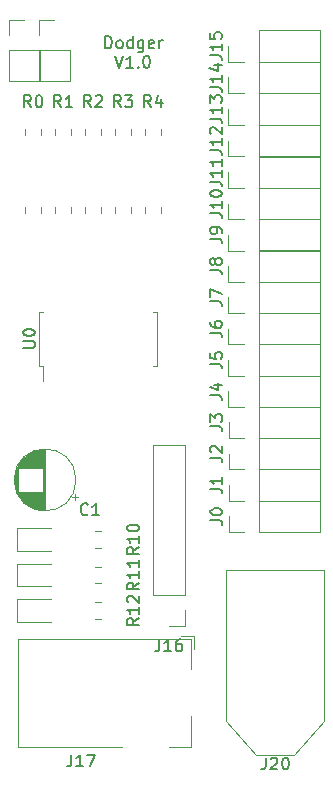
<source format=gto>
%TF.GenerationSoftware,KiCad,Pcbnew,(5.1.6)-1*%
%TF.CreationDate,2020-06-14T06:25:32-07:00*%
%TF.ProjectId,pcb,7063622e-6b69-4636-9164-5f7063625858,rev?*%
%TF.SameCoordinates,Original*%
%TF.FileFunction,Legend,Top*%
%TF.FilePolarity,Positive*%
%FSLAX46Y46*%
G04 Gerber Fmt 4.6, Leading zero omitted, Abs format (unit mm)*
G04 Created by KiCad (PCBNEW (5.1.6)-1) date 2020-06-14 06:25:32*
%MOMM*%
%LPD*%
G01*
G04 APERTURE LIST*
%ADD10C,0.150000*%
%ADD11C,0.120000*%
G04 APERTURE END LIST*
D10*
X115608077Y-71400160D02*
X115608077Y-70400160D01*
X115846172Y-70400160D01*
X115989029Y-70447780D01*
X116084267Y-70543018D01*
X116131886Y-70638256D01*
X116179505Y-70828732D01*
X116179505Y-70971589D01*
X116131886Y-71162065D01*
X116084267Y-71257303D01*
X115989029Y-71352541D01*
X115846172Y-71400160D01*
X115608077Y-71400160D01*
X116750934Y-71400160D02*
X116655696Y-71352541D01*
X116608077Y-71304922D01*
X116560458Y-71209684D01*
X116560458Y-70923970D01*
X116608077Y-70828732D01*
X116655696Y-70781113D01*
X116750934Y-70733494D01*
X116893791Y-70733494D01*
X116989029Y-70781113D01*
X117036648Y-70828732D01*
X117084267Y-70923970D01*
X117084267Y-71209684D01*
X117036648Y-71304922D01*
X116989029Y-71352541D01*
X116893791Y-71400160D01*
X116750934Y-71400160D01*
X117941410Y-71400160D02*
X117941410Y-70400160D01*
X117941410Y-71352541D02*
X117846172Y-71400160D01*
X117655696Y-71400160D01*
X117560458Y-71352541D01*
X117512839Y-71304922D01*
X117465220Y-71209684D01*
X117465220Y-70923970D01*
X117512839Y-70828732D01*
X117560458Y-70781113D01*
X117655696Y-70733494D01*
X117846172Y-70733494D01*
X117941410Y-70781113D01*
X118846172Y-70733494D02*
X118846172Y-71543018D01*
X118798553Y-71638256D01*
X118750934Y-71685875D01*
X118655696Y-71733494D01*
X118512839Y-71733494D01*
X118417600Y-71685875D01*
X118846172Y-71352541D02*
X118750934Y-71400160D01*
X118560458Y-71400160D01*
X118465220Y-71352541D01*
X118417600Y-71304922D01*
X118369981Y-71209684D01*
X118369981Y-70923970D01*
X118417600Y-70828732D01*
X118465220Y-70781113D01*
X118560458Y-70733494D01*
X118750934Y-70733494D01*
X118846172Y-70781113D01*
X119703315Y-71352541D02*
X119608077Y-71400160D01*
X119417600Y-71400160D01*
X119322362Y-71352541D01*
X119274743Y-71257303D01*
X119274743Y-70876351D01*
X119322362Y-70781113D01*
X119417600Y-70733494D01*
X119608077Y-70733494D01*
X119703315Y-70781113D01*
X119750934Y-70876351D01*
X119750934Y-70971589D01*
X119274743Y-71066827D01*
X120179505Y-71400160D02*
X120179505Y-70733494D01*
X120179505Y-70923970D02*
X120227124Y-70828732D01*
X120274743Y-70781113D01*
X120369981Y-70733494D01*
X120465220Y-70733494D01*
X116441410Y-72050160D02*
X116774743Y-73050160D01*
X117108077Y-72050160D01*
X117965220Y-73050160D02*
X117393791Y-73050160D01*
X117679505Y-73050160D02*
X117679505Y-72050160D01*
X117584267Y-72193018D01*
X117489029Y-72288256D01*
X117393791Y-72335875D01*
X118393791Y-72954922D02*
X118441410Y-73002541D01*
X118393791Y-73050160D01*
X118346172Y-73002541D01*
X118393791Y-72954922D01*
X118393791Y-73050160D01*
X119060458Y-72050160D02*
X119155696Y-72050160D01*
X119250934Y-72097780D01*
X119298553Y-72145399D01*
X119346172Y-72240637D01*
X119393791Y-72431113D01*
X119393791Y-72669208D01*
X119346172Y-72859684D01*
X119298553Y-72954922D01*
X119250934Y-73002541D01*
X119155696Y-73050160D01*
X119060458Y-73050160D01*
X118965220Y-73002541D01*
X118917600Y-72954922D01*
X118869981Y-72859684D01*
X118822362Y-72669208D01*
X118822362Y-72431113D01*
X118869981Y-72240637D01*
X118917600Y-72145399D01*
X118965220Y-72097780D01*
X119060458Y-72050160D01*
D11*
%TO.C,U0*%
X110315000Y-98310000D02*
X110315000Y-99600000D01*
X110040000Y-98310000D02*
X110315000Y-98310000D01*
X110040000Y-96000000D02*
X110040000Y-98310000D01*
X110040000Y-93690000D02*
X110315000Y-93690000D01*
X110040000Y-96000000D02*
X110040000Y-93690000D01*
X119960000Y-98310000D02*
X119685000Y-98310000D01*
X119960000Y-96000000D02*
X119960000Y-98310000D01*
X119960000Y-93690000D02*
X119685000Y-93690000D01*
X119960000Y-96000000D02*
X119960000Y-93690000D01*
%TO.C,R8*%
X116400000Y-84828748D02*
X116400000Y-85351252D01*
X117820000Y-84828748D02*
X117820000Y-85351252D01*
%TO.C,R5*%
X108780000Y-84828748D02*
X108780000Y-85351252D01*
X110200000Y-84828748D02*
X110200000Y-85351252D01*
%TO.C,J3*%
X126051000Y-104405740D02*
X126051000Y-103075740D01*
X127381000Y-104405740D02*
X126051000Y-104405740D01*
X128651000Y-104405740D02*
X128651000Y-101745740D01*
X128651000Y-101745740D02*
X133791000Y-101745740D01*
X128651000Y-104405740D02*
X133791000Y-104405740D01*
X133791000Y-104405740D02*
X133791000Y-101745740D01*
%TO.C,J0*%
X126063700Y-112358480D02*
X126063700Y-111028480D01*
X127393700Y-112358480D02*
X126063700Y-112358480D01*
X128663700Y-112358480D02*
X128663700Y-109698480D01*
X128663700Y-109698480D02*
X133803700Y-109698480D01*
X128663700Y-112358480D02*
X133803700Y-112358480D01*
X133803700Y-112358480D02*
X133803700Y-109698480D01*
%TO.C,R12*%
X115261252Y-118290000D02*
X114738748Y-118290000D01*
X115261252Y-119710000D02*
X114738748Y-119710000D01*
%TO.C,R11*%
X115261252Y-115290000D02*
X114738748Y-115290000D01*
X115261252Y-116710000D02*
X114738748Y-116710000D01*
%TO.C,R10*%
X115261252Y-112290000D02*
X114738748Y-112290000D01*
X115261252Y-113710000D02*
X114738748Y-113710000D01*
%TO.C,D3*%
X108140000Y-119960000D02*
X111000000Y-119960000D01*
X108140000Y-118040000D02*
X108140000Y-119960000D01*
X111000000Y-118040000D02*
X108140000Y-118040000D01*
%TO.C,D2*%
X108140000Y-116960000D02*
X111000000Y-116960000D01*
X108140000Y-115040000D02*
X108140000Y-116960000D01*
X111000000Y-115040000D02*
X108140000Y-115040000D01*
%TO.C,D1*%
X108140000Y-113960000D02*
X111000000Y-113960000D01*
X108140000Y-112040000D02*
X108140000Y-113960000D01*
X111000000Y-112040000D02*
X108140000Y-112040000D01*
%TO.C,R9*%
X118940000Y-84828748D02*
X118940000Y-85351252D01*
X120360000Y-84828748D02*
X120360000Y-85351252D01*
%TO.C,R7*%
X113860000Y-84828748D02*
X113860000Y-85351252D01*
X115280000Y-84828748D02*
X115280000Y-85351252D01*
%TO.C,R6*%
X111320000Y-84828748D02*
X111320000Y-85351252D01*
X112740000Y-84828748D02*
X112740000Y-85351252D01*
%TO.C,R4*%
X118940000Y-78208748D02*
X118940000Y-78731252D01*
X120360000Y-78208748D02*
X120360000Y-78731252D01*
%TO.C,R3*%
X116400000Y-78208748D02*
X116400000Y-78731252D01*
X117820000Y-78208748D02*
X117820000Y-78731252D01*
%TO.C,R2*%
X113860000Y-78208748D02*
X113860000Y-78731252D01*
X115280000Y-78208748D02*
X115280000Y-78731252D01*
%TO.C,R1*%
X111320000Y-78208748D02*
X111320000Y-78731252D01*
X112740000Y-78208748D02*
X112740000Y-78731252D01*
%TO.C,R0*%
X108780000Y-78208748D02*
X108780000Y-78731252D01*
X110200000Y-78208748D02*
X110200000Y-78731252D01*
%TO.C,J15*%
X133755440Y-72528740D02*
X133755440Y-69868740D01*
X128615440Y-72528740D02*
X133755440Y-72528740D01*
X128615440Y-69868740D02*
X133755440Y-69868740D01*
X128615440Y-72528740D02*
X128615440Y-69868740D01*
X127345440Y-72528740D02*
X126015440Y-72528740D01*
X126015440Y-72528740D02*
X126015440Y-71198740D01*
%TO.C,J14*%
X133755440Y-75203360D02*
X133755440Y-72543360D01*
X128615440Y-75203360D02*
X133755440Y-75203360D01*
X128615440Y-72543360D02*
X133755440Y-72543360D01*
X128615440Y-75203360D02*
X128615440Y-72543360D01*
X127345440Y-75203360D02*
X126015440Y-75203360D01*
X126015440Y-75203360D02*
X126015440Y-73873360D01*
%TO.C,J13*%
X133755440Y-77870360D02*
X133755440Y-75210360D01*
X128615440Y-77870360D02*
X133755440Y-77870360D01*
X128615440Y-75210360D02*
X133755440Y-75210360D01*
X128615440Y-77870360D02*
X128615440Y-75210360D01*
X127345440Y-77870360D02*
X126015440Y-77870360D01*
X126015440Y-77870360D02*
X126015440Y-76540360D01*
%TO.C,J12*%
X133755440Y-80550060D02*
X133755440Y-77890060D01*
X128615440Y-80550060D02*
X133755440Y-80550060D01*
X128615440Y-77890060D02*
X133755440Y-77890060D01*
X128615440Y-80550060D02*
X128615440Y-77890060D01*
X127345440Y-80550060D02*
X126015440Y-80550060D01*
X126015440Y-80550060D02*
X126015440Y-79220060D01*
%TO.C,J17*%
X122900000Y-121400000D02*
X122900000Y-124000000D01*
X108200000Y-121400000D02*
X122900000Y-121400000D01*
X122900000Y-130600000D02*
X121000000Y-130600000D01*
X122900000Y-127900000D02*
X122900000Y-130600000D01*
X108200000Y-130600000D02*
X108200000Y-121400000D01*
X117000000Y-130600000D02*
X108200000Y-130600000D01*
X122050000Y-121200000D02*
X123100000Y-121200000D01*
X123100000Y-122250000D02*
X123100000Y-121200000D01*
%TO.C,C1*%
X113064775Y-109675000D02*
X113064775Y-109175000D01*
X113314775Y-109425000D02*
X112814775Y-109425000D01*
X107909000Y-108234000D02*
X107909000Y-107666000D01*
X107949000Y-108468000D02*
X107949000Y-107432000D01*
X107989000Y-108627000D02*
X107989000Y-107273000D01*
X108029000Y-108755000D02*
X108029000Y-107145000D01*
X108069000Y-108865000D02*
X108069000Y-107035000D01*
X108109000Y-108961000D02*
X108109000Y-106939000D01*
X108149000Y-109048000D02*
X108149000Y-106852000D01*
X108189000Y-109128000D02*
X108189000Y-106772000D01*
X108229000Y-106910000D02*
X108229000Y-106699000D01*
X108229000Y-109201000D02*
X108229000Y-108990000D01*
X108269000Y-106910000D02*
X108269000Y-106631000D01*
X108269000Y-109269000D02*
X108269000Y-108990000D01*
X108309000Y-106910000D02*
X108309000Y-106567000D01*
X108309000Y-109333000D02*
X108309000Y-108990000D01*
X108349000Y-106910000D02*
X108349000Y-106507000D01*
X108349000Y-109393000D02*
X108349000Y-108990000D01*
X108389000Y-106910000D02*
X108389000Y-106450000D01*
X108389000Y-109450000D02*
X108389000Y-108990000D01*
X108429000Y-106910000D02*
X108429000Y-106396000D01*
X108429000Y-109504000D02*
X108429000Y-108990000D01*
X108469000Y-106910000D02*
X108469000Y-106345000D01*
X108469000Y-109555000D02*
X108469000Y-108990000D01*
X108509000Y-106910000D02*
X108509000Y-106297000D01*
X108509000Y-109603000D02*
X108509000Y-108990000D01*
X108549000Y-106910000D02*
X108549000Y-106251000D01*
X108549000Y-109649000D02*
X108549000Y-108990000D01*
X108589000Y-106910000D02*
X108589000Y-106207000D01*
X108589000Y-109693000D02*
X108589000Y-108990000D01*
X108629000Y-106910000D02*
X108629000Y-106165000D01*
X108629000Y-109735000D02*
X108629000Y-108990000D01*
X108669000Y-106910000D02*
X108669000Y-106124000D01*
X108669000Y-109776000D02*
X108669000Y-108990000D01*
X108709000Y-106910000D02*
X108709000Y-106086000D01*
X108709000Y-109814000D02*
X108709000Y-108990000D01*
X108749000Y-106910000D02*
X108749000Y-106049000D01*
X108749000Y-109851000D02*
X108749000Y-108990000D01*
X108789000Y-106910000D02*
X108789000Y-106013000D01*
X108789000Y-109887000D02*
X108789000Y-108990000D01*
X108829000Y-106910000D02*
X108829000Y-105979000D01*
X108829000Y-109921000D02*
X108829000Y-108990000D01*
X108869000Y-106910000D02*
X108869000Y-105946000D01*
X108869000Y-109954000D02*
X108869000Y-108990000D01*
X108909000Y-106910000D02*
X108909000Y-105915000D01*
X108909000Y-109985000D02*
X108909000Y-108990000D01*
X108949000Y-106910000D02*
X108949000Y-105885000D01*
X108949000Y-110015000D02*
X108949000Y-108990000D01*
X108989000Y-106910000D02*
X108989000Y-105855000D01*
X108989000Y-110045000D02*
X108989000Y-108990000D01*
X109029000Y-106910000D02*
X109029000Y-105828000D01*
X109029000Y-110072000D02*
X109029000Y-108990000D01*
X109069000Y-106910000D02*
X109069000Y-105801000D01*
X109069000Y-110099000D02*
X109069000Y-108990000D01*
X109109000Y-106910000D02*
X109109000Y-105775000D01*
X109109000Y-110125000D02*
X109109000Y-108990000D01*
X109149000Y-106910000D02*
X109149000Y-105750000D01*
X109149000Y-110150000D02*
X109149000Y-108990000D01*
X109189000Y-106910000D02*
X109189000Y-105726000D01*
X109189000Y-110174000D02*
X109189000Y-108990000D01*
X109229000Y-106910000D02*
X109229000Y-105703000D01*
X109229000Y-110197000D02*
X109229000Y-108990000D01*
X109269000Y-106910000D02*
X109269000Y-105682000D01*
X109269000Y-110218000D02*
X109269000Y-108990000D01*
X109309000Y-106910000D02*
X109309000Y-105660000D01*
X109309000Y-110240000D02*
X109309000Y-108990000D01*
X109349000Y-106910000D02*
X109349000Y-105640000D01*
X109349000Y-110260000D02*
X109349000Y-108990000D01*
X109389000Y-106910000D02*
X109389000Y-105621000D01*
X109389000Y-110279000D02*
X109389000Y-108990000D01*
X109429000Y-106910000D02*
X109429000Y-105602000D01*
X109429000Y-110298000D02*
X109429000Y-108990000D01*
X109469000Y-106910000D02*
X109469000Y-105585000D01*
X109469000Y-110315000D02*
X109469000Y-108990000D01*
X109509000Y-106910000D02*
X109509000Y-105568000D01*
X109509000Y-110332000D02*
X109509000Y-108990000D01*
X109549000Y-106910000D02*
X109549000Y-105552000D01*
X109549000Y-110348000D02*
X109549000Y-108990000D01*
X109589000Y-106910000D02*
X109589000Y-105536000D01*
X109589000Y-110364000D02*
X109589000Y-108990000D01*
X109629000Y-106910000D02*
X109629000Y-105522000D01*
X109629000Y-110378000D02*
X109629000Y-108990000D01*
X109669000Y-106910000D02*
X109669000Y-105508000D01*
X109669000Y-110392000D02*
X109669000Y-108990000D01*
X109709000Y-106910000D02*
X109709000Y-105495000D01*
X109709000Y-110405000D02*
X109709000Y-108990000D01*
X109749000Y-106910000D02*
X109749000Y-105482000D01*
X109749000Y-110418000D02*
X109749000Y-108990000D01*
X109789000Y-106910000D02*
X109789000Y-105470000D01*
X109789000Y-110430000D02*
X109789000Y-108990000D01*
X109830000Y-106910000D02*
X109830000Y-105459000D01*
X109830000Y-110441000D02*
X109830000Y-108990000D01*
X109870000Y-106910000D02*
X109870000Y-105449000D01*
X109870000Y-110451000D02*
X109870000Y-108990000D01*
X109910000Y-106910000D02*
X109910000Y-105439000D01*
X109910000Y-110461000D02*
X109910000Y-108990000D01*
X109950000Y-106910000D02*
X109950000Y-105430000D01*
X109950000Y-110470000D02*
X109950000Y-108990000D01*
X109990000Y-106910000D02*
X109990000Y-105422000D01*
X109990000Y-110478000D02*
X109990000Y-108990000D01*
X110030000Y-106910000D02*
X110030000Y-105414000D01*
X110030000Y-110486000D02*
X110030000Y-108990000D01*
X110070000Y-106910000D02*
X110070000Y-105407000D01*
X110070000Y-110493000D02*
X110070000Y-108990000D01*
X110110000Y-106910000D02*
X110110000Y-105400000D01*
X110110000Y-110500000D02*
X110110000Y-108990000D01*
X110150000Y-106910000D02*
X110150000Y-105394000D01*
X110150000Y-110506000D02*
X110150000Y-108990000D01*
X110190000Y-106910000D02*
X110190000Y-105389000D01*
X110190000Y-110511000D02*
X110190000Y-108990000D01*
X110230000Y-106910000D02*
X110230000Y-105385000D01*
X110230000Y-110515000D02*
X110230000Y-108990000D01*
X110270000Y-106910000D02*
X110270000Y-105381000D01*
X110270000Y-110519000D02*
X110270000Y-108990000D01*
X110310000Y-110523000D02*
X110310000Y-105377000D01*
X110350000Y-110526000D02*
X110350000Y-105374000D01*
X110390000Y-110528000D02*
X110390000Y-105372000D01*
X110430000Y-110529000D02*
X110430000Y-105371000D01*
X110470000Y-110530000D02*
X110470000Y-105370000D01*
X110510000Y-110530000D02*
X110510000Y-105370000D01*
X113130000Y-107950000D02*
G75*
G03*
X113130000Y-107950000I-2620000J0D01*
G01*
%TO.C,J1*%
X133803700Y-109711800D02*
X133803700Y-107051800D01*
X128663700Y-109711800D02*
X133803700Y-109711800D01*
X128663700Y-107051800D02*
X133803700Y-107051800D01*
X128663700Y-109711800D02*
X128663700Y-107051800D01*
X127393700Y-109711800D02*
X126063700Y-109711800D01*
X126063700Y-109711800D02*
X126063700Y-108381800D01*
%TO.C,J2*%
X133791000Y-107052420D02*
X133791000Y-104392420D01*
X128651000Y-107052420D02*
X133791000Y-107052420D01*
X128651000Y-104392420D02*
X133791000Y-104392420D01*
X128651000Y-107052420D02*
X128651000Y-104392420D01*
X127381000Y-107052420D02*
X126051000Y-107052420D01*
X126051000Y-107052420D02*
X126051000Y-105722420D01*
%TO.C,J4*%
X126040840Y-101781920D02*
X126040840Y-100451920D01*
X127370840Y-101781920D02*
X126040840Y-101781920D01*
X128640840Y-101781920D02*
X128640840Y-99121920D01*
X128640840Y-99121920D02*
X133780840Y-99121920D01*
X128640840Y-101781920D02*
X133780840Y-101781920D01*
X133780840Y-101781920D02*
X133780840Y-99121920D01*
%TO.C,J5*%
X133780840Y-99122540D02*
X133780840Y-96462540D01*
X128640840Y-99122540D02*
X133780840Y-99122540D01*
X128640840Y-96462540D02*
X133780840Y-96462540D01*
X128640840Y-99122540D02*
X128640840Y-96462540D01*
X127370840Y-99122540D02*
X126040840Y-99122540D01*
X126040840Y-99122540D02*
X126040840Y-97792540D01*
%TO.C,J6*%
X133780840Y-96478400D02*
X133780840Y-93818400D01*
X128640840Y-96478400D02*
X133780840Y-96478400D01*
X128640840Y-93818400D02*
X133780840Y-93818400D01*
X128640840Y-96478400D02*
X128640840Y-93818400D01*
X127370840Y-96478400D02*
X126040840Y-96478400D01*
X126040840Y-96478400D02*
X126040840Y-95148400D01*
%TO.C,J7*%
X133770680Y-93819020D02*
X133770680Y-91159020D01*
X128630680Y-93819020D02*
X133770680Y-93819020D01*
X128630680Y-91159020D02*
X133770680Y-91159020D01*
X128630680Y-93819020D02*
X128630680Y-91159020D01*
X127360680Y-93819020D02*
X126030680Y-93819020D01*
X126030680Y-93819020D02*
X126030680Y-92489020D01*
%TO.C,J8*%
X126030680Y-91172340D02*
X126030680Y-89842340D01*
X127360680Y-91172340D02*
X126030680Y-91172340D01*
X128630680Y-91172340D02*
X128630680Y-88512340D01*
X128630680Y-88512340D02*
X133770680Y-88512340D01*
X128630680Y-91172340D02*
X133770680Y-91172340D01*
X133770680Y-91172340D02*
X133770680Y-88512340D01*
%TO.C,J9*%
X126030680Y-88525660D02*
X126030680Y-87195660D01*
X127360680Y-88525660D02*
X126030680Y-88525660D01*
X128630680Y-88525660D02*
X128630680Y-85865660D01*
X128630680Y-85865660D02*
X133770680Y-85865660D01*
X128630680Y-88525660D02*
X133770680Y-88525660D01*
X133770680Y-88525660D02*
X133770680Y-85865660D01*
%TO.C,J10*%
X126040840Y-85878980D02*
X126040840Y-84548980D01*
X127370840Y-85878980D02*
X126040840Y-85878980D01*
X128640840Y-85878980D02*
X128640840Y-83218980D01*
X128640840Y-83218980D02*
X133780840Y-83218980D01*
X128640840Y-85878980D02*
X133780840Y-85878980D01*
X133780840Y-85878980D02*
X133780840Y-83218980D01*
%TO.C,J11*%
X133757980Y-83234840D02*
X133757980Y-80574840D01*
X128617980Y-83234840D02*
X133757980Y-83234840D01*
X128617980Y-80574840D02*
X133757980Y-80574840D01*
X128617980Y-83234840D02*
X128617980Y-80574840D01*
X127347980Y-83234840D02*
X126017980Y-83234840D01*
X126017980Y-83234840D02*
X126017980Y-81904840D01*
%TO.C,J20*%
X125850000Y-115550000D02*
X125850000Y-128400000D01*
X128400000Y-131250000D02*
X131550000Y-131250000D01*
X134150000Y-128400000D02*
X134150000Y-115550000D01*
X134150000Y-115550000D02*
X125850000Y-115550000D01*
X125850000Y-128400000D02*
X128400000Y-131250000D01*
X131550000Y-131250000D02*
X134150000Y-128400000D01*
%TO.C,J16*%
X122330000Y-120330000D02*
X121000000Y-120330000D01*
X122330000Y-119000000D02*
X122330000Y-120330000D01*
X122330000Y-117730000D02*
X119670000Y-117730000D01*
X119670000Y-117730000D02*
X119670000Y-104970000D01*
X122330000Y-117730000D02*
X122330000Y-104970000D01*
X122330000Y-104970000D02*
X119670000Y-104970000D01*
%TO.C,J_POE0*%
X109970000Y-68980000D02*
X111300000Y-68980000D01*
X109970000Y-70310000D02*
X109970000Y-68980000D01*
X109970000Y-71580000D02*
X112630000Y-71580000D01*
X112630000Y-71580000D02*
X112630000Y-74180000D01*
X109970000Y-71580000D02*
X109970000Y-74180000D01*
X109970000Y-74180000D02*
X112630000Y-74180000D01*
%TO.C,J_POE2*%
X107430000Y-74180000D02*
X110090000Y-74180000D01*
X107430000Y-71580000D02*
X107430000Y-74180000D01*
X110090000Y-71580000D02*
X110090000Y-74180000D01*
X107430000Y-71580000D02*
X110090000Y-71580000D01*
X107430000Y-70310000D02*
X107430000Y-68980000D01*
X107430000Y-68980000D02*
X108760000Y-68980000D01*
%TO.C,U0*%
D10*
X108652380Y-96761904D02*
X109461904Y-96761904D01*
X109557142Y-96714285D01*
X109604761Y-96666666D01*
X109652380Y-96571428D01*
X109652380Y-96380952D01*
X109604761Y-96285714D01*
X109557142Y-96238095D01*
X109461904Y-96190476D01*
X108652380Y-96190476D01*
X108652380Y-95523809D02*
X108652380Y-95428571D01*
X108700000Y-95333333D01*
X108747619Y-95285714D01*
X108842857Y-95238095D01*
X109033333Y-95190476D01*
X109271428Y-95190476D01*
X109461904Y-95238095D01*
X109557142Y-95285714D01*
X109604761Y-95333333D01*
X109652380Y-95428571D01*
X109652380Y-95523809D01*
X109604761Y-95619047D01*
X109557142Y-95666666D01*
X109461904Y-95714285D01*
X109271428Y-95761904D01*
X109033333Y-95761904D01*
X108842857Y-95714285D01*
X108747619Y-95666666D01*
X108700000Y-95619047D01*
X108652380Y-95523809D01*
%TO.C,J3*%
X124503380Y-103409073D02*
X125217666Y-103409073D01*
X125360523Y-103456692D01*
X125455761Y-103551930D01*
X125503380Y-103694787D01*
X125503380Y-103790025D01*
X124503380Y-103028120D02*
X124503380Y-102409073D01*
X124884333Y-102742406D01*
X124884333Y-102599549D01*
X124931952Y-102504311D01*
X124979571Y-102456692D01*
X125074809Y-102409073D01*
X125312904Y-102409073D01*
X125408142Y-102456692D01*
X125455761Y-102504311D01*
X125503380Y-102599549D01*
X125503380Y-102885263D01*
X125455761Y-102980501D01*
X125408142Y-103028120D01*
%TO.C,J0*%
X124516080Y-111361813D02*
X125230366Y-111361813D01*
X125373223Y-111409432D01*
X125468461Y-111504670D01*
X125516080Y-111647527D01*
X125516080Y-111742765D01*
X124516080Y-110695146D02*
X124516080Y-110599908D01*
X124563700Y-110504670D01*
X124611319Y-110457051D01*
X124706557Y-110409432D01*
X124897033Y-110361813D01*
X125135128Y-110361813D01*
X125325604Y-110409432D01*
X125420842Y-110457051D01*
X125468461Y-110504670D01*
X125516080Y-110599908D01*
X125516080Y-110695146D01*
X125468461Y-110790384D01*
X125420842Y-110838003D01*
X125325604Y-110885622D01*
X125135128Y-110933241D01*
X124897033Y-110933241D01*
X124706557Y-110885622D01*
X124611319Y-110838003D01*
X124563700Y-110790384D01*
X124516080Y-110695146D01*
%TO.C,R12*%
X118452380Y-119642857D02*
X117976190Y-119976190D01*
X118452380Y-120214285D02*
X117452380Y-120214285D01*
X117452380Y-119833333D01*
X117500000Y-119738095D01*
X117547619Y-119690476D01*
X117642857Y-119642857D01*
X117785714Y-119642857D01*
X117880952Y-119690476D01*
X117928571Y-119738095D01*
X117976190Y-119833333D01*
X117976190Y-120214285D01*
X118452380Y-118690476D02*
X118452380Y-119261904D01*
X118452380Y-118976190D02*
X117452380Y-118976190D01*
X117595238Y-119071428D01*
X117690476Y-119166666D01*
X117738095Y-119261904D01*
X117547619Y-118309523D02*
X117500000Y-118261904D01*
X117452380Y-118166666D01*
X117452380Y-117928571D01*
X117500000Y-117833333D01*
X117547619Y-117785714D01*
X117642857Y-117738095D01*
X117738095Y-117738095D01*
X117880952Y-117785714D01*
X118452380Y-118357142D01*
X118452380Y-117738095D01*
%TO.C,R11*%
X118452380Y-116642857D02*
X117976190Y-116976190D01*
X118452380Y-117214285D02*
X117452380Y-117214285D01*
X117452380Y-116833333D01*
X117500000Y-116738095D01*
X117547619Y-116690476D01*
X117642857Y-116642857D01*
X117785714Y-116642857D01*
X117880952Y-116690476D01*
X117928571Y-116738095D01*
X117976190Y-116833333D01*
X117976190Y-117214285D01*
X118452380Y-115690476D02*
X118452380Y-116261904D01*
X118452380Y-115976190D02*
X117452380Y-115976190D01*
X117595238Y-116071428D01*
X117690476Y-116166666D01*
X117738095Y-116261904D01*
X118452380Y-114738095D02*
X118452380Y-115309523D01*
X118452380Y-115023809D02*
X117452380Y-115023809D01*
X117595238Y-115119047D01*
X117690476Y-115214285D01*
X117738095Y-115309523D01*
%TO.C,R10*%
X118452380Y-113642857D02*
X117976190Y-113976190D01*
X118452380Y-114214285D02*
X117452380Y-114214285D01*
X117452380Y-113833333D01*
X117500000Y-113738095D01*
X117547619Y-113690476D01*
X117642857Y-113642857D01*
X117785714Y-113642857D01*
X117880952Y-113690476D01*
X117928571Y-113738095D01*
X117976190Y-113833333D01*
X117976190Y-114214285D01*
X118452380Y-112690476D02*
X118452380Y-113261904D01*
X118452380Y-112976190D02*
X117452380Y-112976190D01*
X117595238Y-113071428D01*
X117690476Y-113166666D01*
X117738095Y-113261904D01*
X117452380Y-112071428D02*
X117452380Y-111976190D01*
X117500000Y-111880952D01*
X117547619Y-111833333D01*
X117642857Y-111785714D01*
X117833333Y-111738095D01*
X118071428Y-111738095D01*
X118261904Y-111785714D01*
X118357142Y-111833333D01*
X118404761Y-111880952D01*
X118452380Y-111976190D01*
X118452380Y-112071428D01*
X118404761Y-112166666D01*
X118357142Y-112214285D01*
X118261904Y-112261904D01*
X118071428Y-112309523D01*
X117833333Y-112309523D01*
X117642857Y-112261904D01*
X117547619Y-112214285D01*
X117500000Y-112166666D01*
X117452380Y-112071428D01*
%TO.C,R4*%
X119483333Y-76382380D02*
X119150000Y-75906190D01*
X118911904Y-76382380D02*
X118911904Y-75382380D01*
X119292857Y-75382380D01*
X119388095Y-75430000D01*
X119435714Y-75477619D01*
X119483333Y-75572857D01*
X119483333Y-75715714D01*
X119435714Y-75810952D01*
X119388095Y-75858571D01*
X119292857Y-75906190D01*
X118911904Y-75906190D01*
X120340476Y-75715714D02*
X120340476Y-76382380D01*
X120102380Y-75334761D02*
X119864285Y-76049047D01*
X120483333Y-76049047D01*
%TO.C,R3*%
X116943333Y-76382380D02*
X116610000Y-75906190D01*
X116371904Y-76382380D02*
X116371904Y-75382380D01*
X116752857Y-75382380D01*
X116848095Y-75430000D01*
X116895714Y-75477619D01*
X116943333Y-75572857D01*
X116943333Y-75715714D01*
X116895714Y-75810952D01*
X116848095Y-75858571D01*
X116752857Y-75906190D01*
X116371904Y-75906190D01*
X117276666Y-75382380D02*
X117895714Y-75382380D01*
X117562380Y-75763333D01*
X117705238Y-75763333D01*
X117800476Y-75810952D01*
X117848095Y-75858571D01*
X117895714Y-75953809D01*
X117895714Y-76191904D01*
X117848095Y-76287142D01*
X117800476Y-76334761D01*
X117705238Y-76382380D01*
X117419523Y-76382380D01*
X117324285Y-76334761D01*
X117276666Y-76287142D01*
%TO.C,R2*%
X114403333Y-76382380D02*
X114070000Y-75906190D01*
X113831904Y-76382380D02*
X113831904Y-75382380D01*
X114212857Y-75382380D01*
X114308095Y-75430000D01*
X114355714Y-75477619D01*
X114403333Y-75572857D01*
X114403333Y-75715714D01*
X114355714Y-75810952D01*
X114308095Y-75858571D01*
X114212857Y-75906190D01*
X113831904Y-75906190D01*
X114784285Y-75477619D02*
X114831904Y-75430000D01*
X114927142Y-75382380D01*
X115165238Y-75382380D01*
X115260476Y-75430000D01*
X115308095Y-75477619D01*
X115355714Y-75572857D01*
X115355714Y-75668095D01*
X115308095Y-75810952D01*
X114736666Y-76382380D01*
X115355714Y-76382380D01*
%TO.C,R1*%
X111863333Y-76382380D02*
X111530000Y-75906190D01*
X111291904Y-76382380D02*
X111291904Y-75382380D01*
X111672857Y-75382380D01*
X111768095Y-75430000D01*
X111815714Y-75477619D01*
X111863333Y-75572857D01*
X111863333Y-75715714D01*
X111815714Y-75810952D01*
X111768095Y-75858571D01*
X111672857Y-75906190D01*
X111291904Y-75906190D01*
X112815714Y-76382380D02*
X112244285Y-76382380D01*
X112530000Y-76382380D02*
X112530000Y-75382380D01*
X112434761Y-75525238D01*
X112339523Y-75620476D01*
X112244285Y-75668095D01*
%TO.C,R0*%
X109323333Y-76382380D02*
X108990000Y-75906190D01*
X108751904Y-76382380D02*
X108751904Y-75382380D01*
X109132857Y-75382380D01*
X109228095Y-75430000D01*
X109275714Y-75477619D01*
X109323333Y-75572857D01*
X109323333Y-75715714D01*
X109275714Y-75810952D01*
X109228095Y-75858571D01*
X109132857Y-75906190D01*
X108751904Y-75906190D01*
X109942380Y-75382380D02*
X110037619Y-75382380D01*
X110132857Y-75430000D01*
X110180476Y-75477619D01*
X110228095Y-75572857D01*
X110275714Y-75763333D01*
X110275714Y-76001428D01*
X110228095Y-76191904D01*
X110180476Y-76287142D01*
X110132857Y-76334761D01*
X110037619Y-76382380D01*
X109942380Y-76382380D01*
X109847142Y-76334761D01*
X109799523Y-76287142D01*
X109751904Y-76191904D01*
X109704285Y-76001428D01*
X109704285Y-75763333D01*
X109751904Y-75572857D01*
X109799523Y-75477619D01*
X109847142Y-75430000D01*
X109942380Y-75382380D01*
%TO.C,J15*%
X124467820Y-72008263D02*
X125182106Y-72008263D01*
X125324963Y-72055882D01*
X125420201Y-72151120D01*
X125467820Y-72293978D01*
X125467820Y-72389216D01*
X125467820Y-71008263D02*
X125467820Y-71579692D01*
X125467820Y-71293978D02*
X124467820Y-71293978D01*
X124610678Y-71389216D01*
X124705916Y-71484454D01*
X124753535Y-71579692D01*
X124467820Y-70103501D02*
X124467820Y-70579692D01*
X124944011Y-70627311D01*
X124896392Y-70579692D01*
X124848773Y-70484454D01*
X124848773Y-70246359D01*
X124896392Y-70151120D01*
X124944011Y-70103501D01*
X125039249Y-70055882D01*
X125277344Y-70055882D01*
X125372582Y-70103501D01*
X125420201Y-70151120D01*
X125467820Y-70246359D01*
X125467820Y-70484454D01*
X125420201Y-70579692D01*
X125372582Y-70627311D01*
%TO.C,J14*%
X124467820Y-74682883D02*
X125182106Y-74682883D01*
X125324963Y-74730502D01*
X125420201Y-74825740D01*
X125467820Y-74968598D01*
X125467820Y-75063836D01*
X125467820Y-73682883D02*
X125467820Y-74254312D01*
X125467820Y-73968598D02*
X124467820Y-73968598D01*
X124610678Y-74063836D01*
X124705916Y-74159074D01*
X124753535Y-74254312D01*
X124801154Y-72825740D02*
X125467820Y-72825740D01*
X124420201Y-73063836D02*
X125134487Y-73301931D01*
X125134487Y-72682883D01*
%TO.C,J13*%
X124467820Y-77349883D02*
X125182106Y-77349883D01*
X125324963Y-77397502D01*
X125420201Y-77492740D01*
X125467820Y-77635598D01*
X125467820Y-77730836D01*
X125467820Y-76349883D02*
X125467820Y-76921312D01*
X125467820Y-76635598D02*
X124467820Y-76635598D01*
X124610678Y-76730836D01*
X124705916Y-76826074D01*
X124753535Y-76921312D01*
X124467820Y-76016550D02*
X124467820Y-75397502D01*
X124848773Y-75730836D01*
X124848773Y-75587979D01*
X124896392Y-75492740D01*
X124944011Y-75445121D01*
X125039249Y-75397502D01*
X125277344Y-75397502D01*
X125372582Y-75445121D01*
X125420201Y-75492740D01*
X125467820Y-75587979D01*
X125467820Y-75873693D01*
X125420201Y-75968931D01*
X125372582Y-76016550D01*
%TO.C,J12*%
X124467820Y-80029583D02*
X125182106Y-80029583D01*
X125324963Y-80077202D01*
X125420201Y-80172440D01*
X125467820Y-80315298D01*
X125467820Y-80410536D01*
X125467820Y-79029583D02*
X125467820Y-79601012D01*
X125467820Y-79315298D02*
X124467820Y-79315298D01*
X124610678Y-79410536D01*
X124705916Y-79505774D01*
X124753535Y-79601012D01*
X124563059Y-78648631D02*
X124515440Y-78601012D01*
X124467820Y-78505774D01*
X124467820Y-78267679D01*
X124515440Y-78172440D01*
X124563059Y-78124821D01*
X124658297Y-78077202D01*
X124753535Y-78077202D01*
X124896392Y-78124821D01*
X125467820Y-78696250D01*
X125467820Y-78077202D01*
%TO.C,J17*%
X112740476Y-131202380D02*
X112740476Y-131916666D01*
X112692857Y-132059523D01*
X112597619Y-132154761D01*
X112454761Y-132202380D01*
X112359523Y-132202380D01*
X113740476Y-132202380D02*
X113169047Y-132202380D01*
X113454761Y-132202380D02*
X113454761Y-131202380D01*
X113359523Y-131345238D01*
X113264285Y-131440476D01*
X113169047Y-131488095D01*
X114073809Y-131202380D02*
X114740476Y-131202380D01*
X114311904Y-132202380D01*
%TO.C,C1*%
X114133333Y-110847142D02*
X114085714Y-110894761D01*
X113942857Y-110942380D01*
X113847619Y-110942380D01*
X113704761Y-110894761D01*
X113609523Y-110799523D01*
X113561904Y-110704285D01*
X113514285Y-110513809D01*
X113514285Y-110370952D01*
X113561904Y-110180476D01*
X113609523Y-110085238D01*
X113704761Y-109990000D01*
X113847619Y-109942380D01*
X113942857Y-109942380D01*
X114085714Y-109990000D01*
X114133333Y-110037619D01*
X115085714Y-110942380D02*
X114514285Y-110942380D01*
X114800000Y-110942380D02*
X114800000Y-109942380D01*
X114704761Y-110085238D01*
X114609523Y-110180476D01*
X114514285Y-110228095D01*
%TO.C,J1*%
X124516080Y-108715133D02*
X125230366Y-108715133D01*
X125373223Y-108762752D01*
X125468461Y-108857990D01*
X125516080Y-109000847D01*
X125516080Y-109096085D01*
X125516080Y-107715133D02*
X125516080Y-108286561D01*
X125516080Y-108000847D02*
X124516080Y-108000847D01*
X124658938Y-108096085D01*
X124754176Y-108191323D01*
X124801795Y-108286561D01*
%TO.C,J2*%
X124503380Y-106055753D02*
X125217666Y-106055753D01*
X125360523Y-106103372D01*
X125455761Y-106198610D01*
X125503380Y-106341467D01*
X125503380Y-106436705D01*
X124598619Y-105627181D02*
X124551000Y-105579562D01*
X124503380Y-105484324D01*
X124503380Y-105246229D01*
X124551000Y-105150991D01*
X124598619Y-105103372D01*
X124693857Y-105055753D01*
X124789095Y-105055753D01*
X124931952Y-105103372D01*
X125503380Y-105674800D01*
X125503380Y-105055753D01*
%TO.C,J4*%
X124493220Y-100785253D02*
X125207506Y-100785253D01*
X125350363Y-100832872D01*
X125445601Y-100928110D01*
X125493220Y-101070967D01*
X125493220Y-101166205D01*
X124826554Y-99880491D02*
X125493220Y-99880491D01*
X124445601Y-100118586D02*
X125159887Y-100356681D01*
X125159887Y-99737634D01*
%TO.C,J5*%
X124493220Y-98125873D02*
X125207506Y-98125873D01*
X125350363Y-98173492D01*
X125445601Y-98268730D01*
X125493220Y-98411587D01*
X125493220Y-98506825D01*
X124493220Y-97173492D02*
X124493220Y-97649682D01*
X124969411Y-97697301D01*
X124921792Y-97649682D01*
X124874173Y-97554444D01*
X124874173Y-97316349D01*
X124921792Y-97221111D01*
X124969411Y-97173492D01*
X125064649Y-97125873D01*
X125302744Y-97125873D01*
X125397982Y-97173492D01*
X125445601Y-97221111D01*
X125493220Y-97316349D01*
X125493220Y-97554444D01*
X125445601Y-97649682D01*
X125397982Y-97697301D01*
%TO.C,J6*%
X124493220Y-95481733D02*
X125207506Y-95481733D01*
X125350363Y-95529352D01*
X125445601Y-95624590D01*
X125493220Y-95767447D01*
X125493220Y-95862685D01*
X124493220Y-94576971D02*
X124493220Y-94767447D01*
X124540840Y-94862685D01*
X124588459Y-94910304D01*
X124731316Y-95005542D01*
X124921792Y-95053161D01*
X125302744Y-95053161D01*
X125397982Y-95005542D01*
X125445601Y-94957923D01*
X125493220Y-94862685D01*
X125493220Y-94672209D01*
X125445601Y-94576971D01*
X125397982Y-94529352D01*
X125302744Y-94481733D01*
X125064649Y-94481733D01*
X124969411Y-94529352D01*
X124921792Y-94576971D01*
X124874173Y-94672209D01*
X124874173Y-94862685D01*
X124921792Y-94957923D01*
X124969411Y-95005542D01*
X125064649Y-95053161D01*
%TO.C,J7*%
X124483060Y-92822353D02*
X125197346Y-92822353D01*
X125340203Y-92869972D01*
X125435441Y-92965210D01*
X125483060Y-93108067D01*
X125483060Y-93203305D01*
X124483060Y-92441400D02*
X124483060Y-91774734D01*
X125483060Y-92203305D01*
%TO.C,J8*%
X124483060Y-90175673D02*
X125197346Y-90175673D01*
X125340203Y-90223292D01*
X125435441Y-90318530D01*
X125483060Y-90461387D01*
X125483060Y-90556625D01*
X124911632Y-89556625D02*
X124864013Y-89651863D01*
X124816394Y-89699482D01*
X124721156Y-89747101D01*
X124673537Y-89747101D01*
X124578299Y-89699482D01*
X124530680Y-89651863D01*
X124483060Y-89556625D01*
X124483060Y-89366149D01*
X124530680Y-89270911D01*
X124578299Y-89223292D01*
X124673537Y-89175673D01*
X124721156Y-89175673D01*
X124816394Y-89223292D01*
X124864013Y-89270911D01*
X124911632Y-89366149D01*
X124911632Y-89556625D01*
X124959251Y-89651863D01*
X125006870Y-89699482D01*
X125102108Y-89747101D01*
X125292584Y-89747101D01*
X125387822Y-89699482D01*
X125435441Y-89651863D01*
X125483060Y-89556625D01*
X125483060Y-89366149D01*
X125435441Y-89270911D01*
X125387822Y-89223292D01*
X125292584Y-89175673D01*
X125102108Y-89175673D01*
X125006870Y-89223292D01*
X124959251Y-89270911D01*
X124911632Y-89366149D01*
%TO.C,J9*%
X124483060Y-87528993D02*
X125197346Y-87528993D01*
X125340203Y-87576612D01*
X125435441Y-87671850D01*
X125483060Y-87814707D01*
X125483060Y-87909945D01*
X125483060Y-87005183D02*
X125483060Y-86814707D01*
X125435441Y-86719469D01*
X125387822Y-86671850D01*
X125244965Y-86576612D01*
X125054489Y-86528993D01*
X124673537Y-86528993D01*
X124578299Y-86576612D01*
X124530680Y-86624231D01*
X124483060Y-86719469D01*
X124483060Y-86909945D01*
X124530680Y-87005183D01*
X124578299Y-87052802D01*
X124673537Y-87100421D01*
X124911632Y-87100421D01*
X125006870Y-87052802D01*
X125054489Y-87005183D01*
X125102108Y-86909945D01*
X125102108Y-86719469D01*
X125054489Y-86624231D01*
X125006870Y-86576612D01*
X124911632Y-86528993D01*
%TO.C,J10*%
X124493220Y-85358503D02*
X125207506Y-85358503D01*
X125350363Y-85406122D01*
X125445601Y-85501360D01*
X125493220Y-85644218D01*
X125493220Y-85739456D01*
X125493220Y-84358503D02*
X125493220Y-84929932D01*
X125493220Y-84644218D02*
X124493220Y-84644218D01*
X124636078Y-84739456D01*
X124731316Y-84834694D01*
X124778935Y-84929932D01*
X124493220Y-83739456D02*
X124493220Y-83644218D01*
X124540840Y-83548980D01*
X124588459Y-83501360D01*
X124683697Y-83453741D01*
X124874173Y-83406122D01*
X125112268Y-83406122D01*
X125302744Y-83453741D01*
X125397982Y-83501360D01*
X125445601Y-83548980D01*
X125493220Y-83644218D01*
X125493220Y-83739456D01*
X125445601Y-83834694D01*
X125397982Y-83882313D01*
X125302744Y-83929932D01*
X125112268Y-83977551D01*
X124874173Y-83977551D01*
X124683697Y-83929932D01*
X124588459Y-83882313D01*
X124540840Y-83834694D01*
X124493220Y-83739456D01*
%TO.C,J11*%
X124470360Y-82714363D02*
X125184646Y-82714363D01*
X125327503Y-82761982D01*
X125422741Y-82857220D01*
X125470360Y-83000078D01*
X125470360Y-83095316D01*
X125470360Y-81714363D02*
X125470360Y-82285792D01*
X125470360Y-82000078D02*
X124470360Y-82000078D01*
X124613218Y-82095316D01*
X124708456Y-82190554D01*
X124756075Y-82285792D01*
X125470360Y-80761982D02*
X125470360Y-81333411D01*
X125470360Y-81047697D02*
X124470360Y-81047697D01*
X124613218Y-81142935D01*
X124708456Y-81238173D01*
X124756075Y-81333411D01*
%TO.C,J20*%
X129190476Y-131452380D02*
X129190476Y-132166666D01*
X129142857Y-132309523D01*
X129047619Y-132404761D01*
X128904761Y-132452380D01*
X128809523Y-132452380D01*
X129619047Y-131547619D02*
X129666666Y-131500000D01*
X129761904Y-131452380D01*
X130000000Y-131452380D01*
X130095238Y-131500000D01*
X130142857Y-131547619D01*
X130190476Y-131642857D01*
X130190476Y-131738095D01*
X130142857Y-131880952D01*
X129571428Y-132452380D01*
X130190476Y-132452380D01*
X130809523Y-131452380D02*
X130904761Y-131452380D01*
X131000000Y-131500000D01*
X131047619Y-131547619D01*
X131095238Y-131642857D01*
X131142857Y-131833333D01*
X131142857Y-132071428D01*
X131095238Y-132261904D01*
X131047619Y-132357142D01*
X131000000Y-132404761D01*
X130904761Y-132452380D01*
X130809523Y-132452380D01*
X130714285Y-132404761D01*
X130666666Y-132357142D01*
X130619047Y-132261904D01*
X130571428Y-132071428D01*
X130571428Y-131833333D01*
X130619047Y-131642857D01*
X130666666Y-131547619D01*
X130714285Y-131500000D01*
X130809523Y-131452380D01*
%TO.C,J16*%
X120190476Y-121452380D02*
X120190476Y-122166666D01*
X120142857Y-122309523D01*
X120047619Y-122404761D01*
X119904761Y-122452380D01*
X119809523Y-122452380D01*
X121190476Y-122452380D02*
X120619047Y-122452380D01*
X120904761Y-122452380D02*
X120904761Y-121452380D01*
X120809523Y-121595238D01*
X120714285Y-121690476D01*
X120619047Y-121738095D01*
X122047619Y-121452380D02*
X121857142Y-121452380D01*
X121761904Y-121500000D01*
X121714285Y-121547619D01*
X121619047Y-121690476D01*
X121571428Y-121880952D01*
X121571428Y-122261904D01*
X121619047Y-122357142D01*
X121666666Y-122404761D01*
X121761904Y-122452380D01*
X121952380Y-122452380D01*
X122047619Y-122404761D01*
X122095238Y-122357142D01*
X122142857Y-122261904D01*
X122142857Y-122023809D01*
X122095238Y-121928571D01*
X122047619Y-121880952D01*
X121952380Y-121833333D01*
X121761904Y-121833333D01*
X121666666Y-121880952D01*
X121619047Y-121928571D01*
X121571428Y-122023809D01*
%TD*%
M02*

</source>
